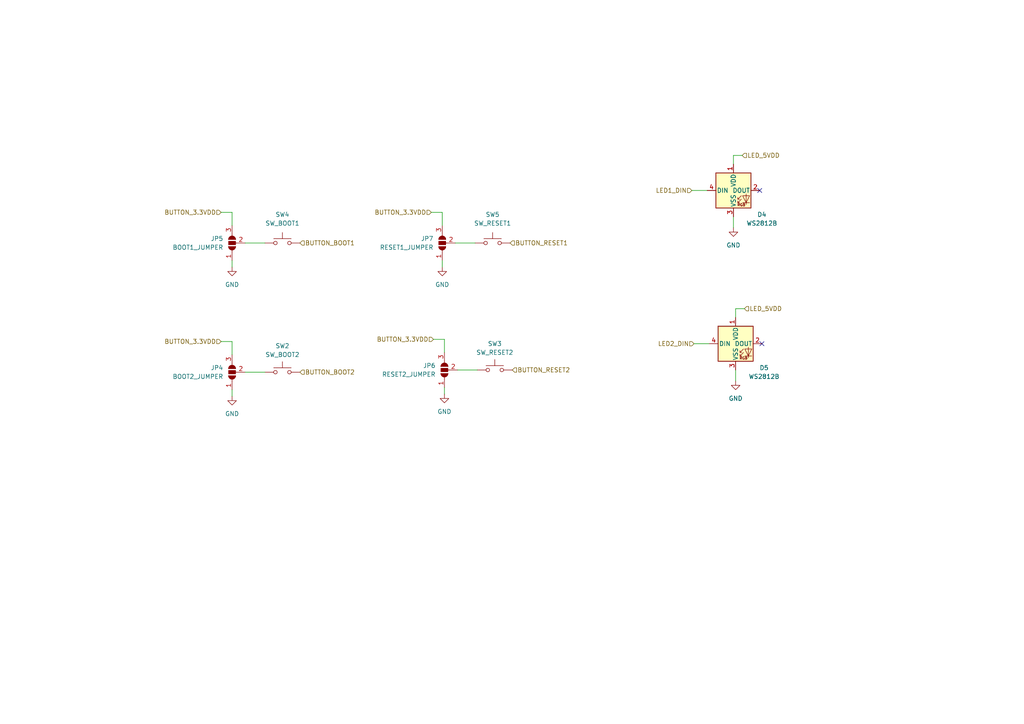
<source format=kicad_sch>
(kicad_sch (version 20230121) (generator eeschema)
  (paper "A4")
  (lib_symbols
    (symbol "Jumper:SolderJumper_3_Open" (pin_names (offset 0) hide)
      (property "Reference" "JP" (at -2.54 -2.54 0))
      (property "Value" "SolderJumper_3_Open" (at 0 2.794 0))
      (symbol "SolderJumper_3_Open_0_1"
        (arc (start -1.016 1.016) (mid -2.0276 0) (end -1.016 -1.016))
        (arc (start -1.016 1.016) (mid -2.0276 0) (end -1.016 -1.016) (fill (type outline)))
        (rectangle (start -0.508 1.016) (end 0.508 -1.016) (fill (type outline)))
        (polyline (pts (xy -2.54 0) (xy -2.032 0)))
        (polyline (pts (xy -1.016 1.016) (xy -1.016 -1.016)))
        (polyline (pts (xy 0 -1.27) (xy 0 -1.016)))
        (polyline (pts (xy 1.016 1.016) (xy 1.016 -1.016)))
        (polyline (pts (xy 2.54 0) (xy 2.032 0)))
        (arc (start 1.016 -1.016) (mid 2.0276 0) (end 1.016 1.016))
        (arc (start 1.016 -1.016) (mid 2.0276 0) (end 1.016 1.016) (fill (type outline)))
      )
      (symbol "SolderJumper_3_Open_1_1"
        (pin passive line (at -5.08 0 0) (length 2.54) (name "A") (number "1"))
        (pin passive line (at 0 -3.81 90) (length 2.54) (name "C") (number "2"))
        (pin passive line (at 5.08 0 180) (length 2.54) (name "B") (number "3"))
      )
    )
    (symbol "LED:WS2812B" (pin_names (offset 0.254))
      (property "Reference" "D" (at 5.08 5.715 0))
      (property "Value" "WS2812B" (at 1.27 -5.715 0))
      (symbol "WS2812B_0_0"
        (text "RGB" (at 2.286 -4.191 0) (effects (font (size 0.762 0.762))))
      )
      (symbol "WS2812B_0_1"
        (polyline (pts (xy 1.27 -3.556) (xy 1.778 -3.556)))
        (polyline (pts (xy 1.27 -2.54) (xy 1.778 -2.54)))
        (polyline (pts (xy 4.699 -3.556) (xy 2.667 -3.556)))
        (polyline (pts (xy 2.286 -2.54) (xy 1.27 -3.556) (xy 1.27 -3.048)))
        (polyline (pts (xy 2.286 -1.524) (xy 1.27 -2.54) (xy 1.27 -2.032)))
        (polyline (pts (xy 3.683 -1.016) (xy 3.683 -3.556) (xy 3.683 -4.064)))
        (polyline (pts (xy 4.699 -1.524) (xy 2.667 -1.524) (xy 3.683 -3.556) (xy 4.699 -1.524)))
        (rectangle (start 5.08 5.08) (end -5.08 -5.08) (stroke (width 0.254)) (fill (type background)))
      )
      (symbol "WS2812B_1_1"
        (pin power_in line (at 0 7.62 270) (length 2.54) (name "VDD") (number "1"))
        (pin output line (at 7.62 0 180) (length 2.54) (name "DOUT") (number "2"))
        (pin power_in line (at 0 -7.62 90) (length 2.54) (name "VSS") (number "3"))
        (pin input line (at -7.62 0 0) (length 2.54) (name "DIN") (number "4"))
      )
    )
    (symbol "Switch:SW_Push" (pin_numbers hide) (pin_names (offset 1.016) hide)
      (property "Reference" "SW" (at 1.27 2.54 0))
      (property "Value" "SW_Push" (at 0 -1.524 0))
      (symbol "SW_Push_0_1"
        (circle (center -2.032 0) (radius 0.508))
        (polyline (pts (xy 0 1.27) (xy 0 3.048)))
        (polyline (pts (xy 2.54 1.27) (xy -2.54 1.27)))
        (circle (center 2.032 0) (radius 0.508))
        (pin passive line (at -5.08 0 0) (length 2.54) (name "1") (number "1"))
        (pin passive line (at 5.08 0 180) (length 2.54) (name "2") (number "2"))
      )
    )
    (symbol "power:GND" (power) (pin_names (offset 0))
      (property "Value" "GND" (at 0 -3.81 0))
      (symbol "GND_0_1"
        (polyline (pts (xy 0 0) (xy 0 -1.27) (xy 1.27 -1.27) (xy 0 -2.54) (xy -1.27 -1.27) (xy 0 -1.27)))
      )
      (symbol "GND_1_1"
        (pin power_in line (at 0 0 270) (length 0) hide (name "GND") (number "1"))
      )
    )
  )
  (no_connect (at 220.98 99.695))
  (no_connect (at 220.345 55.245))
  (wire (pts (xy 201.295 99.695) (xy 205.74 99.695)))
  (wire (pts (xy 71.12 70.485) (xy 76.835 70.485)))
  (wire (pts (xy 67.31 113.03) (xy 67.31 114.935)))
  (wire (pts (xy 128.905 112.395) (xy 128.905 114.3)))
  (wire (pts (xy 132.715 107.315) (xy 138.43 107.315)))
  (wire (pts (xy 64.135 61.595) (xy 67.31 61.595)))
  (wire (pts (xy 132.08 70.485) (xy 137.795 70.485)))
  (wire (pts (xy 125.095 61.595) (xy 128.27 61.595)))
  (wire (pts (xy 67.31 99.06) (xy 67.31 102.87)))
  (wire (pts (xy 200.66 55.245) (xy 205.105 55.245)))
  (wire (pts (xy 128.27 61.595) (xy 128.27 65.405)))
  (wire (pts (xy 212.725 62.865) (xy 212.725 66.04)))
  (wire (pts (xy 71.12 107.95) (xy 76.835 107.95)))
  (wire (pts (xy 215.265 45.085) (xy 212.725 45.085)))
  (wire (pts (xy 213.36 89.535) (xy 213.36 92.075)))
  (wire (pts (xy 125.73 98.425) (xy 128.905 98.425)))
  (wire (pts (xy 215.9 89.535) (xy 213.36 89.535)))
  (wire (pts (xy 64.135 99.06) (xy 67.31 99.06)))
  (wire (pts (xy 67.31 61.595) (xy 67.31 65.405)))
  (wire (pts (xy 67.31 75.565) (xy 67.31 77.47)))
  (wire (pts (xy 128.905 98.425) (xy 128.905 102.235)))
  (wire (pts (xy 212.725 45.085) (xy 212.725 47.625)))
  (wire (pts (xy 128.27 75.565) (xy 128.27 77.47)))
  (wire (pts (xy 213.36 107.315) (xy 213.36 110.49)))
  (hierarchical_label "BUTTON_RESET2" (shape input) (at 148.59 107.315 0))
  (hierarchical_label "LED2_DIN" (shape input) (at 201.295 99.695 180))
  (hierarchical_label "BUTTON_3.3VDD" (shape input) (at 64.135 99.06 180))
  (hierarchical_label "BUTTON_3.3VDD" (shape input) (at 64.135 61.595 180))
  (hierarchical_label "LED_5VDD" (shape input) (at 215.265 45.085 0))
  (hierarchical_label "BUTTON_3.3VDD" (shape input) (at 125.095 61.595 180))
  (hierarchical_label "BUTTON_BOOT2" (shape input) (at 86.995 107.95 0))
  (hierarchical_label "BUTTON_3.3VDD" (shape input) (at 125.73 98.425 180))
  (hierarchical_label "BUTTON_BOOT1" (shape input) (at 86.995 70.485 0))
  (hierarchical_label "LED_5VDD" (shape input) (at 215.9 89.535 0))
  (hierarchical_label "LED1_DIN" (shape input) (at 200.66 55.245 180))
  (hierarchical_label "BUTTON_RESET1" (shape input) (at 147.955 70.485 0))
  (symbol (lib_id "power:GND") (at 128.27 77.47 0) (unit 1)
    (property "Reference" "#PWR048" (effects hide))
    (property "Value" "GND" (at 128.27 82.55 0))
  )
  (symbol (lib_id "Switch:SW_Push") (at 143.51 107.315 0) (unit 1)
    (property "Reference" "SW3" (at 143.51 99.695 0))
    (property "Value" "SW_RESET2" (at 143.51 102.235 0))
    (property "Footprint" "Button_Switch_SMD:SW_SPST_PTS810" (effects hide))
  )
  (symbol (lib_id "Jumper:SolderJumper_3_Open") (at 67.31 107.95 90) (unit 1)
    (property "Reference" "JP4" (at 64.77 106.68 90) (effects (justify left)))
    (property "Value" "BOOT2_JUMPER" (at 64.77 109.22 90) (effects (justify left)))
  )
  (symbol (lib_id "Switch:SW_Push") (at 81.915 70.485 0) (unit 1)
    (property "Reference" "SW4" (at 81.915 62.23 0))
    (property "Value" "SW_BOOT1" (at 81.915 64.77 0))
    (property "Footprint" "Button_Switch_SMD:SW_SPST_PTS810" (effects hide))
  )
  (symbol (lib_id "power:GND") (at 212.725 66.04 0) (unit 1)
    (property "Reference" "#PWR049" (effects hide))
    (property "Value" "GND" (at 212.725 71.12 0))
  )
  (symbol (lib_id "Jumper:SolderJumper_3_Open") (at 128.905 107.315 90) (unit 1)
    (property "Reference" "JP6" (at 126.365 106.045 90) (effects (justify left)))
    (property "Value" "RESET2_JUMPER" (at 126.365 108.585 90) (effects (justify left)))
  )
  (symbol (lib_id "LED:WS2812B") (at 212.725 55.245 0) (unit 1)
    (property "Reference" "D4" (at 220.98 62.23 0))
    (property "Value" "WS2812B" (at 220.98 64.77 0))
    (property "Footprint" "LED_SMD:LED_WS2812B_PLCC4_5.0x5.0mm_P3.2mm" (effects hide))
    (property "Datasheet" "https://cdn-shop.adafruit.com/datasheets/WS2812B.pdf" (effects hide))
    (property "LCSC" "C2761795" (effects hide))
  )
  (symbol (lib_id "Jumper:SolderJumper_3_Open") (at 67.31 70.485 90) (unit 1)
    (property "Reference" "JP5" (at 64.77 69.215 90) (effects (justify left)))
    (property "Value" "BOOT1_JUMPER" (at 64.77 71.755 90) (effects (justify left)))
  )
  (symbol (lib_id "power:GND") (at 128.905 114.3 0) (unit 1)
    (property "Reference" "#PWR047" (effects hide))
    (property "Value" "GND" (at 128.905 119.38 0))
  )
  (symbol (lib_id "Switch:SW_Push") (at 81.915 107.95 0) (unit 1)
    (property "Reference" "SW2" (at 81.915 100.33 0))
    (property "Value" "SW_BOOT2" (at 81.915 102.87 0))
    (property "Footprint" "Button_Switch_SMD:SW_SPST_PTS810" (effects hide))
  )
  (symbol (lib_id "Jumper:SolderJumper_3_Open") (at 128.27 70.485 90) (unit 1)
    (property "Reference" "JP7" (at 125.73 69.215 90) (effects (justify left)))
    (property "Value" "RESET1_JUMPER" (at 125.73 71.755 90) (effects (justify left)))
  )
  (symbol (lib_id "Switch:SW_Push") (at 142.875 70.485 0) (unit 1)
    (property "Reference" "SW5" (at 142.875 62.23 0))
    (property "Value" "SW_RESET1" (at 142.875 64.77 0))
    (property "Footprint" "Button_Switch_SMD:SW_SPST_PTS810" (effects hide))
  )
  (symbol (lib_id "power:GND") (at 67.31 77.47 0) (unit 1)
    (property "Reference" "#PWR045" (effects hide))
    (property "Value" "GND" (at 67.31 82.55 0))
  )
  (symbol (lib_id "power:GND") (at 67.31 114.935 0) (unit 1)
    (property "Reference" "#PWR046" (effects hide))
    (property "Value" "GND" (at 67.31 120.015 0))
  )
  (symbol (lib_id "LED:WS2812B") (at 213.36 99.695 0) (unit 1)
    (property "Reference" "D5" (at 221.615 106.68 0))
    (property "Value" "WS2812B" (at 221.615 109.22 0))
    (property "Footprint" "LED_SMD:LED_WS2812B_PLCC4_5.0x5.0mm_P3.2mm" (effects hide))
    (property "Datasheet" "https://cdn-shop.adafruit.com/datasheets/WS2812B.pdf" (effects hide))
    (property "LCSC" "C2761795" (effects hide))
  )
  (symbol (lib_id "power:GND") (at 213.36 110.49 0) (unit 1)
    (property "Reference" "#PWR050" (effects hide))
    (property "Value" "GND" (at 213.36 115.57 0))
  )
)
</source>
